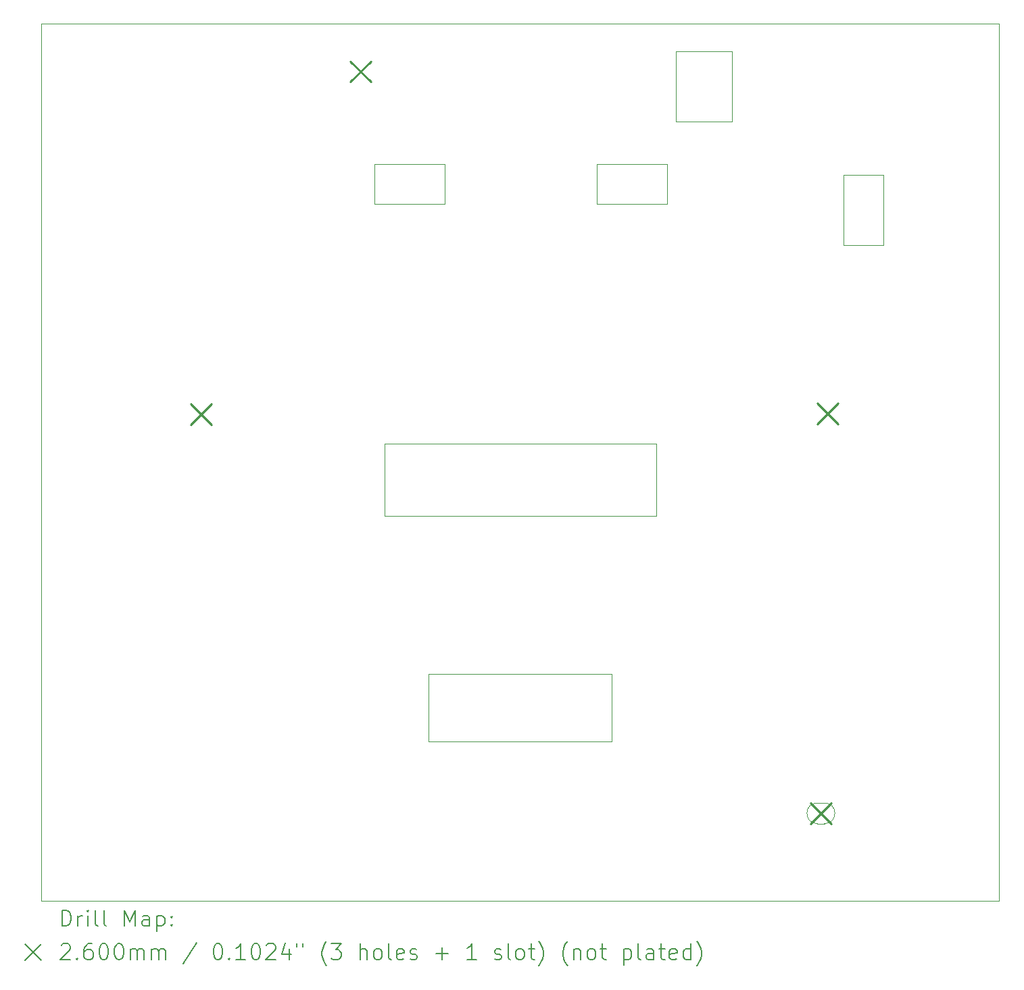
<source format=gbr>
%TF.GenerationSoftware,KiCad,Pcbnew,8.0.0*%
%TF.CreationDate,2024-10-06T09:57:56+02:00*%
%TF.ProjectId,Motor_Board_L476RG,4d6f746f-725f-4426-9f61-72645f4c3437,rev?*%
%TF.SameCoordinates,Original*%
%TF.FileFunction,Drillmap*%
%TF.FilePolarity,Positive*%
%FSLAX45Y45*%
G04 Gerber Fmt 4.5, Leading zero omitted, Abs format (unit mm)*
G04 Created by KiCad (PCBNEW 8.0.0) date 2024-10-06 09:57:56*
%MOMM*%
%LPD*%
G01*
G04 APERTURE LIST*
%ADD10C,0.050000*%
%ADD11C,0.200000*%
%ADD12C,0.260000*%
%ADD13C,0.100000*%
G04 APERTURE END LIST*
D10*
X12350000Y-4050000D02*
X24350000Y-4050000D01*
X24350000Y-15050000D01*
X12350000Y-15050000D01*
X12350000Y-4050000D01*
X22400000Y-5950000D02*
X22900000Y-5950000D01*
X22900000Y-6830000D01*
X22400000Y-6830000D01*
X22400000Y-5950000D01*
X19310000Y-5810000D02*
X20190000Y-5810000D01*
X20190000Y-6310000D01*
X19310000Y-6310000D01*
X19310000Y-5810000D01*
X20300000Y-4400000D02*
X21000000Y-4400000D01*
X21000000Y-5280000D01*
X20300000Y-5280000D01*
X20300000Y-4400000D01*
X16650000Y-9320000D02*
X20050000Y-9320000D01*
X20050000Y-10220000D01*
X16650000Y-10220000D01*
X16650000Y-9320000D01*
X17197500Y-12200000D02*
X19497500Y-12200000D01*
X19497500Y-13050000D01*
X17197500Y-13050000D01*
X17197500Y-12200000D01*
X16520000Y-5810000D02*
X17400000Y-5810000D01*
X17400000Y-6310000D01*
X16520000Y-6310000D01*
X16520000Y-5810000D01*
D11*
D12*
X14220000Y-8820000D02*
X14480000Y-9080000D01*
X14480000Y-8820000D02*
X14220000Y-9080000D01*
X16220000Y-4520000D02*
X16480000Y-4780000D01*
X16480000Y-4520000D02*
X16220000Y-4780000D01*
X21985000Y-13820000D02*
X22245000Y-14080000D01*
X22245000Y-13820000D02*
X21985000Y-14080000D01*
D13*
X22070000Y-14080000D02*
X22160000Y-14080000D01*
X22160000Y-13820000D02*
G75*
G02*
X22160000Y-14080000I0J-130000D01*
G01*
X22160000Y-13820000D02*
X22070000Y-13820000D01*
X22070000Y-13820000D02*
G75*
G03*
X22070000Y-14080000I0J-130000D01*
G01*
D12*
X22070000Y-8810000D02*
X22330000Y-9070000D01*
X22330000Y-8810000D02*
X22070000Y-9070000D01*
D11*
X12608277Y-15363984D02*
X12608277Y-15163984D01*
X12608277Y-15163984D02*
X12655896Y-15163984D01*
X12655896Y-15163984D02*
X12684467Y-15173508D01*
X12684467Y-15173508D02*
X12703515Y-15192555D01*
X12703515Y-15192555D02*
X12713039Y-15211603D01*
X12713039Y-15211603D02*
X12722562Y-15249698D01*
X12722562Y-15249698D02*
X12722562Y-15278269D01*
X12722562Y-15278269D02*
X12713039Y-15316365D01*
X12713039Y-15316365D02*
X12703515Y-15335412D01*
X12703515Y-15335412D02*
X12684467Y-15354460D01*
X12684467Y-15354460D02*
X12655896Y-15363984D01*
X12655896Y-15363984D02*
X12608277Y-15363984D01*
X12808277Y-15363984D02*
X12808277Y-15230650D01*
X12808277Y-15268746D02*
X12817801Y-15249698D01*
X12817801Y-15249698D02*
X12827324Y-15240174D01*
X12827324Y-15240174D02*
X12846372Y-15230650D01*
X12846372Y-15230650D02*
X12865420Y-15230650D01*
X12932086Y-15363984D02*
X12932086Y-15230650D01*
X12932086Y-15163984D02*
X12922562Y-15173508D01*
X12922562Y-15173508D02*
X12932086Y-15183031D01*
X12932086Y-15183031D02*
X12941610Y-15173508D01*
X12941610Y-15173508D02*
X12932086Y-15163984D01*
X12932086Y-15163984D02*
X12932086Y-15183031D01*
X13055896Y-15363984D02*
X13036848Y-15354460D01*
X13036848Y-15354460D02*
X13027324Y-15335412D01*
X13027324Y-15335412D02*
X13027324Y-15163984D01*
X13160658Y-15363984D02*
X13141610Y-15354460D01*
X13141610Y-15354460D02*
X13132086Y-15335412D01*
X13132086Y-15335412D02*
X13132086Y-15163984D01*
X13389229Y-15363984D02*
X13389229Y-15163984D01*
X13389229Y-15163984D02*
X13455896Y-15306841D01*
X13455896Y-15306841D02*
X13522562Y-15163984D01*
X13522562Y-15163984D02*
X13522562Y-15363984D01*
X13703515Y-15363984D02*
X13703515Y-15259222D01*
X13703515Y-15259222D02*
X13693991Y-15240174D01*
X13693991Y-15240174D02*
X13674943Y-15230650D01*
X13674943Y-15230650D02*
X13636848Y-15230650D01*
X13636848Y-15230650D02*
X13617801Y-15240174D01*
X13703515Y-15354460D02*
X13684467Y-15363984D01*
X13684467Y-15363984D02*
X13636848Y-15363984D01*
X13636848Y-15363984D02*
X13617801Y-15354460D01*
X13617801Y-15354460D02*
X13608277Y-15335412D01*
X13608277Y-15335412D02*
X13608277Y-15316365D01*
X13608277Y-15316365D02*
X13617801Y-15297317D01*
X13617801Y-15297317D02*
X13636848Y-15287793D01*
X13636848Y-15287793D02*
X13684467Y-15287793D01*
X13684467Y-15287793D02*
X13703515Y-15278269D01*
X13798753Y-15230650D02*
X13798753Y-15430650D01*
X13798753Y-15240174D02*
X13817801Y-15230650D01*
X13817801Y-15230650D02*
X13855896Y-15230650D01*
X13855896Y-15230650D02*
X13874943Y-15240174D01*
X13874943Y-15240174D02*
X13884467Y-15249698D01*
X13884467Y-15249698D02*
X13893991Y-15268746D01*
X13893991Y-15268746D02*
X13893991Y-15325888D01*
X13893991Y-15325888D02*
X13884467Y-15344936D01*
X13884467Y-15344936D02*
X13874943Y-15354460D01*
X13874943Y-15354460D02*
X13855896Y-15363984D01*
X13855896Y-15363984D02*
X13817801Y-15363984D01*
X13817801Y-15363984D02*
X13798753Y-15354460D01*
X13979705Y-15344936D02*
X13989229Y-15354460D01*
X13989229Y-15354460D02*
X13979705Y-15363984D01*
X13979705Y-15363984D02*
X13970182Y-15354460D01*
X13970182Y-15354460D02*
X13979705Y-15344936D01*
X13979705Y-15344936D02*
X13979705Y-15363984D01*
X13979705Y-15240174D02*
X13989229Y-15249698D01*
X13989229Y-15249698D02*
X13979705Y-15259222D01*
X13979705Y-15259222D02*
X13970182Y-15249698D01*
X13970182Y-15249698D02*
X13979705Y-15240174D01*
X13979705Y-15240174D02*
X13979705Y-15259222D01*
X12147500Y-15592500D02*
X12347500Y-15792500D01*
X12347500Y-15592500D02*
X12147500Y-15792500D01*
X12598753Y-15603031D02*
X12608277Y-15593508D01*
X12608277Y-15593508D02*
X12627324Y-15583984D01*
X12627324Y-15583984D02*
X12674943Y-15583984D01*
X12674943Y-15583984D02*
X12693991Y-15593508D01*
X12693991Y-15593508D02*
X12703515Y-15603031D01*
X12703515Y-15603031D02*
X12713039Y-15622079D01*
X12713039Y-15622079D02*
X12713039Y-15641127D01*
X12713039Y-15641127D02*
X12703515Y-15669698D01*
X12703515Y-15669698D02*
X12589229Y-15783984D01*
X12589229Y-15783984D02*
X12713039Y-15783984D01*
X12798753Y-15764936D02*
X12808277Y-15774460D01*
X12808277Y-15774460D02*
X12798753Y-15783984D01*
X12798753Y-15783984D02*
X12789229Y-15774460D01*
X12789229Y-15774460D02*
X12798753Y-15764936D01*
X12798753Y-15764936D02*
X12798753Y-15783984D01*
X12979705Y-15583984D02*
X12941610Y-15583984D01*
X12941610Y-15583984D02*
X12922562Y-15593508D01*
X12922562Y-15593508D02*
X12913039Y-15603031D01*
X12913039Y-15603031D02*
X12893991Y-15631603D01*
X12893991Y-15631603D02*
X12884467Y-15669698D01*
X12884467Y-15669698D02*
X12884467Y-15745888D01*
X12884467Y-15745888D02*
X12893991Y-15764936D01*
X12893991Y-15764936D02*
X12903515Y-15774460D01*
X12903515Y-15774460D02*
X12922562Y-15783984D01*
X12922562Y-15783984D02*
X12960658Y-15783984D01*
X12960658Y-15783984D02*
X12979705Y-15774460D01*
X12979705Y-15774460D02*
X12989229Y-15764936D01*
X12989229Y-15764936D02*
X12998753Y-15745888D01*
X12998753Y-15745888D02*
X12998753Y-15698269D01*
X12998753Y-15698269D02*
X12989229Y-15679222D01*
X12989229Y-15679222D02*
X12979705Y-15669698D01*
X12979705Y-15669698D02*
X12960658Y-15660174D01*
X12960658Y-15660174D02*
X12922562Y-15660174D01*
X12922562Y-15660174D02*
X12903515Y-15669698D01*
X12903515Y-15669698D02*
X12893991Y-15679222D01*
X12893991Y-15679222D02*
X12884467Y-15698269D01*
X13122562Y-15583984D02*
X13141610Y-15583984D01*
X13141610Y-15583984D02*
X13160658Y-15593508D01*
X13160658Y-15593508D02*
X13170182Y-15603031D01*
X13170182Y-15603031D02*
X13179705Y-15622079D01*
X13179705Y-15622079D02*
X13189229Y-15660174D01*
X13189229Y-15660174D02*
X13189229Y-15707793D01*
X13189229Y-15707793D02*
X13179705Y-15745888D01*
X13179705Y-15745888D02*
X13170182Y-15764936D01*
X13170182Y-15764936D02*
X13160658Y-15774460D01*
X13160658Y-15774460D02*
X13141610Y-15783984D01*
X13141610Y-15783984D02*
X13122562Y-15783984D01*
X13122562Y-15783984D02*
X13103515Y-15774460D01*
X13103515Y-15774460D02*
X13093991Y-15764936D01*
X13093991Y-15764936D02*
X13084467Y-15745888D01*
X13084467Y-15745888D02*
X13074943Y-15707793D01*
X13074943Y-15707793D02*
X13074943Y-15660174D01*
X13074943Y-15660174D02*
X13084467Y-15622079D01*
X13084467Y-15622079D02*
X13093991Y-15603031D01*
X13093991Y-15603031D02*
X13103515Y-15593508D01*
X13103515Y-15593508D02*
X13122562Y-15583984D01*
X13313039Y-15583984D02*
X13332086Y-15583984D01*
X13332086Y-15583984D02*
X13351134Y-15593508D01*
X13351134Y-15593508D02*
X13360658Y-15603031D01*
X13360658Y-15603031D02*
X13370182Y-15622079D01*
X13370182Y-15622079D02*
X13379705Y-15660174D01*
X13379705Y-15660174D02*
X13379705Y-15707793D01*
X13379705Y-15707793D02*
X13370182Y-15745888D01*
X13370182Y-15745888D02*
X13360658Y-15764936D01*
X13360658Y-15764936D02*
X13351134Y-15774460D01*
X13351134Y-15774460D02*
X13332086Y-15783984D01*
X13332086Y-15783984D02*
X13313039Y-15783984D01*
X13313039Y-15783984D02*
X13293991Y-15774460D01*
X13293991Y-15774460D02*
X13284467Y-15764936D01*
X13284467Y-15764936D02*
X13274943Y-15745888D01*
X13274943Y-15745888D02*
X13265420Y-15707793D01*
X13265420Y-15707793D02*
X13265420Y-15660174D01*
X13265420Y-15660174D02*
X13274943Y-15622079D01*
X13274943Y-15622079D02*
X13284467Y-15603031D01*
X13284467Y-15603031D02*
X13293991Y-15593508D01*
X13293991Y-15593508D02*
X13313039Y-15583984D01*
X13465420Y-15783984D02*
X13465420Y-15650650D01*
X13465420Y-15669698D02*
X13474943Y-15660174D01*
X13474943Y-15660174D02*
X13493991Y-15650650D01*
X13493991Y-15650650D02*
X13522563Y-15650650D01*
X13522563Y-15650650D02*
X13541610Y-15660174D01*
X13541610Y-15660174D02*
X13551134Y-15679222D01*
X13551134Y-15679222D02*
X13551134Y-15783984D01*
X13551134Y-15679222D02*
X13560658Y-15660174D01*
X13560658Y-15660174D02*
X13579705Y-15650650D01*
X13579705Y-15650650D02*
X13608277Y-15650650D01*
X13608277Y-15650650D02*
X13627324Y-15660174D01*
X13627324Y-15660174D02*
X13636848Y-15679222D01*
X13636848Y-15679222D02*
X13636848Y-15783984D01*
X13732086Y-15783984D02*
X13732086Y-15650650D01*
X13732086Y-15669698D02*
X13741610Y-15660174D01*
X13741610Y-15660174D02*
X13760658Y-15650650D01*
X13760658Y-15650650D02*
X13789229Y-15650650D01*
X13789229Y-15650650D02*
X13808277Y-15660174D01*
X13808277Y-15660174D02*
X13817801Y-15679222D01*
X13817801Y-15679222D02*
X13817801Y-15783984D01*
X13817801Y-15679222D02*
X13827324Y-15660174D01*
X13827324Y-15660174D02*
X13846372Y-15650650D01*
X13846372Y-15650650D02*
X13874943Y-15650650D01*
X13874943Y-15650650D02*
X13893991Y-15660174D01*
X13893991Y-15660174D02*
X13903515Y-15679222D01*
X13903515Y-15679222D02*
X13903515Y-15783984D01*
X14293991Y-15574460D02*
X14122563Y-15831603D01*
X14551134Y-15583984D02*
X14570182Y-15583984D01*
X14570182Y-15583984D02*
X14589229Y-15593508D01*
X14589229Y-15593508D02*
X14598753Y-15603031D01*
X14598753Y-15603031D02*
X14608277Y-15622079D01*
X14608277Y-15622079D02*
X14617801Y-15660174D01*
X14617801Y-15660174D02*
X14617801Y-15707793D01*
X14617801Y-15707793D02*
X14608277Y-15745888D01*
X14608277Y-15745888D02*
X14598753Y-15764936D01*
X14598753Y-15764936D02*
X14589229Y-15774460D01*
X14589229Y-15774460D02*
X14570182Y-15783984D01*
X14570182Y-15783984D02*
X14551134Y-15783984D01*
X14551134Y-15783984D02*
X14532086Y-15774460D01*
X14532086Y-15774460D02*
X14522563Y-15764936D01*
X14522563Y-15764936D02*
X14513039Y-15745888D01*
X14513039Y-15745888D02*
X14503515Y-15707793D01*
X14503515Y-15707793D02*
X14503515Y-15660174D01*
X14503515Y-15660174D02*
X14513039Y-15622079D01*
X14513039Y-15622079D02*
X14522563Y-15603031D01*
X14522563Y-15603031D02*
X14532086Y-15593508D01*
X14532086Y-15593508D02*
X14551134Y-15583984D01*
X14703515Y-15764936D02*
X14713039Y-15774460D01*
X14713039Y-15774460D02*
X14703515Y-15783984D01*
X14703515Y-15783984D02*
X14693991Y-15774460D01*
X14693991Y-15774460D02*
X14703515Y-15764936D01*
X14703515Y-15764936D02*
X14703515Y-15783984D01*
X14903515Y-15783984D02*
X14789229Y-15783984D01*
X14846372Y-15783984D02*
X14846372Y-15583984D01*
X14846372Y-15583984D02*
X14827325Y-15612555D01*
X14827325Y-15612555D02*
X14808277Y-15631603D01*
X14808277Y-15631603D02*
X14789229Y-15641127D01*
X15027325Y-15583984D02*
X15046372Y-15583984D01*
X15046372Y-15583984D02*
X15065420Y-15593508D01*
X15065420Y-15593508D02*
X15074944Y-15603031D01*
X15074944Y-15603031D02*
X15084467Y-15622079D01*
X15084467Y-15622079D02*
X15093991Y-15660174D01*
X15093991Y-15660174D02*
X15093991Y-15707793D01*
X15093991Y-15707793D02*
X15084467Y-15745888D01*
X15084467Y-15745888D02*
X15074944Y-15764936D01*
X15074944Y-15764936D02*
X15065420Y-15774460D01*
X15065420Y-15774460D02*
X15046372Y-15783984D01*
X15046372Y-15783984D02*
X15027325Y-15783984D01*
X15027325Y-15783984D02*
X15008277Y-15774460D01*
X15008277Y-15774460D02*
X14998753Y-15764936D01*
X14998753Y-15764936D02*
X14989229Y-15745888D01*
X14989229Y-15745888D02*
X14979706Y-15707793D01*
X14979706Y-15707793D02*
X14979706Y-15660174D01*
X14979706Y-15660174D02*
X14989229Y-15622079D01*
X14989229Y-15622079D02*
X14998753Y-15603031D01*
X14998753Y-15603031D02*
X15008277Y-15593508D01*
X15008277Y-15593508D02*
X15027325Y-15583984D01*
X15170182Y-15603031D02*
X15179706Y-15593508D01*
X15179706Y-15593508D02*
X15198753Y-15583984D01*
X15198753Y-15583984D02*
X15246372Y-15583984D01*
X15246372Y-15583984D02*
X15265420Y-15593508D01*
X15265420Y-15593508D02*
X15274944Y-15603031D01*
X15274944Y-15603031D02*
X15284467Y-15622079D01*
X15284467Y-15622079D02*
X15284467Y-15641127D01*
X15284467Y-15641127D02*
X15274944Y-15669698D01*
X15274944Y-15669698D02*
X15160658Y-15783984D01*
X15160658Y-15783984D02*
X15284467Y-15783984D01*
X15455896Y-15650650D02*
X15455896Y-15783984D01*
X15408277Y-15574460D02*
X15360658Y-15717317D01*
X15360658Y-15717317D02*
X15484467Y-15717317D01*
X15551134Y-15583984D02*
X15551134Y-15622079D01*
X15627325Y-15583984D02*
X15627325Y-15622079D01*
X15922563Y-15860174D02*
X15913039Y-15850650D01*
X15913039Y-15850650D02*
X15893991Y-15822079D01*
X15893991Y-15822079D02*
X15884468Y-15803031D01*
X15884468Y-15803031D02*
X15874944Y-15774460D01*
X15874944Y-15774460D02*
X15865420Y-15726841D01*
X15865420Y-15726841D02*
X15865420Y-15688746D01*
X15865420Y-15688746D02*
X15874944Y-15641127D01*
X15874944Y-15641127D02*
X15884468Y-15612555D01*
X15884468Y-15612555D02*
X15893991Y-15593508D01*
X15893991Y-15593508D02*
X15913039Y-15564936D01*
X15913039Y-15564936D02*
X15922563Y-15555412D01*
X15979706Y-15583984D02*
X16103515Y-15583984D01*
X16103515Y-15583984D02*
X16036848Y-15660174D01*
X16036848Y-15660174D02*
X16065420Y-15660174D01*
X16065420Y-15660174D02*
X16084468Y-15669698D01*
X16084468Y-15669698D02*
X16093991Y-15679222D01*
X16093991Y-15679222D02*
X16103515Y-15698269D01*
X16103515Y-15698269D02*
X16103515Y-15745888D01*
X16103515Y-15745888D02*
X16093991Y-15764936D01*
X16093991Y-15764936D02*
X16084468Y-15774460D01*
X16084468Y-15774460D02*
X16065420Y-15783984D01*
X16065420Y-15783984D02*
X16008277Y-15783984D01*
X16008277Y-15783984D02*
X15989229Y-15774460D01*
X15989229Y-15774460D02*
X15979706Y-15764936D01*
X16341610Y-15783984D02*
X16341610Y-15583984D01*
X16427325Y-15783984D02*
X16427325Y-15679222D01*
X16427325Y-15679222D02*
X16417801Y-15660174D01*
X16417801Y-15660174D02*
X16398753Y-15650650D01*
X16398753Y-15650650D02*
X16370182Y-15650650D01*
X16370182Y-15650650D02*
X16351134Y-15660174D01*
X16351134Y-15660174D02*
X16341610Y-15669698D01*
X16551134Y-15783984D02*
X16532087Y-15774460D01*
X16532087Y-15774460D02*
X16522563Y-15764936D01*
X16522563Y-15764936D02*
X16513039Y-15745888D01*
X16513039Y-15745888D02*
X16513039Y-15688746D01*
X16513039Y-15688746D02*
X16522563Y-15669698D01*
X16522563Y-15669698D02*
X16532087Y-15660174D01*
X16532087Y-15660174D02*
X16551134Y-15650650D01*
X16551134Y-15650650D02*
X16579706Y-15650650D01*
X16579706Y-15650650D02*
X16598753Y-15660174D01*
X16598753Y-15660174D02*
X16608277Y-15669698D01*
X16608277Y-15669698D02*
X16617801Y-15688746D01*
X16617801Y-15688746D02*
X16617801Y-15745888D01*
X16617801Y-15745888D02*
X16608277Y-15764936D01*
X16608277Y-15764936D02*
X16598753Y-15774460D01*
X16598753Y-15774460D02*
X16579706Y-15783984D01*
X16579706Y-15783984D02*
X16551134Y-15783984D01*
X16732087Y-15783984D02*
X16713039Y-15774460D01*
X16713039Y-15774460D02*
X16703515Y-15755412D01*
X16703515Y-15755412D02*
X16703515Y-15583984D01*
X16884468Y-15774460D02*
X16865420Y-15783984D01*
X16865420Y-15783984D02*
X16827325Y-15783984D01*
X16827325Y-15783984D02*
X16808277Y-15774460D01*
X16808277Y-15774460D02*
X16798753Y-15755412D01*
X16798753Y-15755412D02*
X16798753Y-15679222D01*
X16798753Y-15679222D02*
X16808277Y-15660174D01*
X16808277Y-15660174D02*
X16827325Y-15650650D01*
X16827325Y-15650650D02*
X16865420Y-15650650D01*
X16865420Y-15650650D02*
X16884468Y-15660174D01*
X16884468Y-15660174D02*
X16893992Y-15679222D01*
X16893992Y-15679222D02*
X16893992Y-15698269D01*
X16893992Y-15698269D02*
X16798753Y-15717317D01*
X16970182Y-15774460D02*
X16989230Y-15783984D01*
X16989230Y-15783984D02*
X17027325Y-15783984D01*
X17027325Y-15783984D02*
X17046373Y-15774460D01*
X17046373Y-15774460D02*
X17055896Y-15755412D01*
X17055896Y-15755412D02*
X17055896Y-15745888D01*
X17055896Y-15745888D02*
X17046373Y-15726841D01*
X17046373Y-15726841D02*
X17027325Y-15717317D01*
X17027325Y-15717317D02*
X16998753Y-15717317D01*
X16998753Y-15717317D02*
X16979706Y-15707793D01*
X16979706Y-15707793D02*
X16970182Y-15688746D01*
X16970182Y-15688746D02*
X16970182Y-15679222D01*
X16970182Y-15679222D02*
X16979706Y-15660174D01*
X16979706Y-15660174D02*
X16998753Y-15650650D01*
X16998753Y-15650650D02*
X17027325Y-15650650D01*
X17027325Y-15650650D02*
X17046373Y-15660174D01*
X17293992Y-15707793D02*
X17446373Y-15707793D01*
X17370182Y-15783984D02*
X17370182Y-15631603D01*
X17798754Y-15783984D02*
X17684468Y-15783984D01*
X17741611Y-15783984D02*
X17741611Y-15583984D01*
X17741611Y-15583984D02*
X17722563Y-15612555D01*
X17722563Y-15612555D02*
X17703515Y-15631603D01*
X17703515Y-15631603D02*
X17684468Y-15641127D01*
X18027325Y-15774460D02*
X18046373Y-15783984D01*
X18046373Y-15783984D02*
X18084468Y-15783984D01*
X18084468Y-15783984D02*
X18103516Y-15774460D01*
X18103516Y-15774460D02*
X18113039Y-15755412D01*
X18113039Y-15755412D02*
X18113039Y-15745888D01*
X18113039Y-15745888D02*
X18103516Y-15726841D01*
X18103516Y-15726841D02*
X18084468Y-15717317D01*
X18084468Y-15717317D02*
X18055896Y-15717317D01*
X18055896Y-15717317D02*
X18036849Y-15707793D01*
X18036849Y-15707793D02*
X18027325Y-15688746D01*
X18027325Y-15688746D02*
X18027325Y-15679222D01*
X18027325Y-15679222D02*
X18036849Y-15660174D01*
X18036849Y-15660174D02*
X18055896Y-15650650D01*
X18055896Y-15650650D02*
X18084468Y-15650650D01*
X18084468Y-15650650D02*
X18103516Y-15660174D01*
X18227325Y-15783984D02*
X18208277Y-15774460D01*
X18208277Y-15774460D02*
X18198754Y-15755412D01*
X18198754Y-15755412D02*
X18198754Y-15583984D01*
X18332087Y-15783984D02*
X18313039Y-15774460D01*
X18313039Y-15774460D02*
X18303516Y-15764936D01*
X18303516Y-15764936D02*
X18293992Y-15745888D01*
X18293992Y-15745888D02*
X18293992Y-15688746D01*
X18293992Y-15688746D02*
X18303516Y-15669698D01*
X18303516Y-15669698D02*
X18313039Y-15660174D01*
X18313039Y-15660174D02*
X18332087Y-15650650D01*
X18332087Y-15650650D02*
X18360658Y-15650650D01*
X18360658Y-15650650D02*
X18379706Y-15660174D01*
X18379706Y-15660174D02*
X18389230Y-15669698D01*
X18389230Y-15669698D02*
X18398754Y-15688746D01*
X18398754Y-15688746D02*
X18398754Y-15745888D01*
X18398754Y-15745888D02*
X18389230Y-15764936D01*
X18389230Y-15764936D02*
X18379706Y-15774460D01*
X18379706Y-15774460D02*
X18360658Y-15783984D01*
X18360658Y-15783984D02*
X18332087Y-15783984D01*
X18455897Y-15650650D02*
X18532087Y-15650650D01*
X18484468Y-15583984D02*
X18484468Y-15755412D01*
X18484468Y-15755412D02*
X18493992Y-15774460D01*
X18493992Y-15774460D02*
X18513039Y-15783984D01*
X18513039Y-15783984D02*
X18532087Y-15783984D01*
X18579706Y-15860174D02*
X18589230Y-15850650D01*
X18589230Y-15850650D02*
X18608277Y-15822079D01*
X18608277Y-15822079D02*
X18617801Y-15803031D01*
X18617801Y-15803031D02*
X18627325Y-15774460D01*
X18627325Y-15774460D02*
X18636849Y-15726841D01*
X18636849Y-15726841D02*
X18636849Y-15688746D01*
X18636849Y-15688746D02*
X18627325Y-15641127D01*
X18627325Y-15641127D02*
X18617801Y-15612555D01*
X18617801Y-15612555D02*
X18608277Y-15593508D01*
X18608277Y-15593508D02*
X18589230Y-15564936D01*
X18589230Y-15564936D02*
X18579706Y-15555412D01*
X18941611Y-15860174D02*
X18932087Y-15850650D01*
X18932087Y-15850650D02*
X18913039Y-15822079D01*
X18913039Y-15822079D02*
X18903516Y-15803031D01*
X18903516Y-15803031D02*
X18893992Y-15774460D01*
X18893992Y-15774460D02*
X18884468Y-15726841D01*
X18884468Y-15726841D02*
X18884468Y-15688746D01*
X18884468Y-15688746D02*
X18893992Y-15641127D01*
X18893992Y-15641127D02*
X18903516Y-15612555D01*
X18903516Y-15612555D02*
X18913039Y-15593508D01*
X18913039Y-15593508D02*
X18932087Y-15564936D01*
X18932087Y-15564936D02*
X18941611Y-15555412D01*
X19017801Y-15650650D02*
X19017801Y-15783984D01*
X19017801Y-15669698D02*
X19027325Y-15660174D01*
X19027325Y-15660174D02*
X19046373Y-15650650D01*
X19046373Y-15650650D02*
X19074944Y-15650650D01*
X19074944Y-15650650D02*
X19093992Y-15660174D01*
X19093992Y-15660174D02*
X19103516Y-15679222D01*
X19103516Y-15679222D02*
X19103516Y-15783984D01*
X19227325Y-15783984D02*
X19208277Y-15774460D01*
X19208277Y-15774460D02*
X19198754Y-15764936D01*
X19198754Y-15764936D02*
X19189230Y-15745888D01*
X19189230Y-15745888D02*
X19189230Y-15688746D01*
X19189230Y-15688746D02*
X19198754Y-15669698D01*
X19198754Y-15669698D02*
X19208277Y-15660174D01*
X19208277Y-15660174D02*
X19227325Y-15650650D01*
X19227325Y-15650650D02*
X19255897Y-15650650D01*
X19255897Y-15650650D02*
X19274944Y-15660174D01*
X19274944Y-15660174D02*
X19284468Y-15669698D01*
X19284468Y-15669698D02*
X19293992Y-15688746D01*
X19293992Y-15688746D02*
X19293992Y-15745888D01*
X19293992Y-15745888D02*
X19284468Y-15764936D01*
X19284468Y-15764936D02*
X19274944Y-15774460D01*
X19274944Y-15774460D02*
X19255897Y-15783984D01*
X19255897Y-15783984D02*
X19227325Y-15783984D01*
X19351135Y-15650650D02*
X19427325Y-15650650D01*
X19379706Y-15583984D02*
X19379706Y-15755412D01*
X19379706Y-15755412D02*
X19389230Y-15774460D01*
X19389230Y-15774460D02*
X19408277Y-15783984D01*
X19408277Y-15783984D02*
X19427325Y-15783984D01*
X19646373Y-15650650D02*
X19646373Y-15850650D01*
X19646373Y-15660174D02*
X19665420Y-15650650D01*
X19665420Y-15650650D02*
X19703516Y-15650650D01*
X19703516Y-15650650D02*
X19722563Y-15660174D01*
X19722563Y-15660174D02*
X19732087Y-15669698D01*
X19732087Y-15669698D02*
X19741611Y-15688746D01*
X19741611Y-15688746D02*
X19741611Y-15745888D01*
X19741611Y-15745888D02*
X19732087Y-15764936D01*
X19732087Y-15764936D02*
X19722563Y-15774460D01*
X19722563Y-15774460D02*
X19703516Y-15783984D01*
X19703516Y-15783984D02*
X19665420Y-15783984D01*
X19665420Y-15783984D02*
X19646373Y-15774460D01*
X19855897Y-15783984D02*
X19836849Y-15774460D01*
X19836849Y-15774460D02*
X19827325Y-15755412D01*
X19827325Y-15755412D02*
X19827325Y-15583984D01*
X20017801Y-15783984D02*
X20017801Y-15679222D01*
X20017801Y-15679222D02*
X20008278Y-15660174D01*
X20008278Y-15660174D02*
X19989230Y-15650650D01*
X19989230Y-15650650D02*
X19951135Y-15650650D01*
X19951135Y-15650650D02*
X19932087Y-15660174D01*
X20017801Y-15774460D02*
X19998754Y-15783984D01*
X19998754Y-15783984D02*
X19951135Y-15783984D01*
X19951135Y-15783984D02*
X19932087Y-15774460D01*
X19932087Y-15774460D02*
X19922563Y-15755412D01*
X19922563Y-15755412D02*
X19922563Y-15736365D01*
X19922563Y-15736365D02*
X19932087Y-15717317D01*
X19932087Y-15717317D02*
X19951135Y-15707793D01*
X19951135Y-15707793D02*
X19998754Y-15707793D01*
X19998754Y-15707793D02*
X20017801Y-15698269D01*
X20084468Y-15650650D02*
X20160658Y-15650650D01*
X20113039Y-15583984D02*
X20113039Y-15755412D01*
X20113039Y-15755412D02*
X20122563Y-15774460D01*
X20122563Y-15774460D02*
X20141611Y-15783984D01*
X20141611Y-15783984D02*
X20160658Y-15783984D01*
X20303516Y-15774460D02*
X20284468Y-15783984D01*
X20284468Y-15783984D02*
X20246373Y-15783984D01*
X20246373Y-15783984D02*
X20227325Y-15774460D01*
X20227325Y-15774460D02*
X20217801Y-15755412D01*
X20217801Y-15755412D02*
X20217801Y-15679222D01*
X20217801Y-15679222D02*
X20227325Y-15660174D01*
X20227325Y-15660174D02*
X20246373Y-15650650D01*
X20246373Y-15650650D02*
X20284468Y-15650650D01*
X20284468Y-15650650D02*
X20303516Y-15660174D01*
X20303516Y-15660174D02*
X20313039Y-15679222D01*
X20313039Y-15679222D02*
X20313039Y-15698269D01*
X20313039Y-15698269D02*
X20217801Y-15717317D01*
X20484468Y-15783984D02*
X20484468Y-15583984D01*
X20484468Y-15774460D02*
X20465420Y-15783984D01*
X20465420Y-15783984D02*
X20427325Y-15783984D01*
X20427325Y-15783984D02*
X20408278Y-15774460D01*
X20408278Y-15774460D02*
X20398754Y-15764936D01*
X20398754Y-15764936D02*
X20389230Y-15745888D01*
X20389230Y-15745888D02*
X20389230Y-15688746D01*
X20389230Y-15688746D02*
X20398754Y-15669698D01*
X20398754Y-15669698D02*
X20408278Y-15660174D01*
X20408278Y-15660174D02*
X20427325Y-15650650D01*
X20427325Y-15650650D02*
X20465420Y-15650650D01*
X20465420Y-15650650D02*
X20484468Y-15660174D01*
X20560659Y-15860174D02*
X20570182Y-15850650D01*
X20570182Y-15850650D02*
X20589230Y-15822079D01*
X20589230Y-15822079D02*
X20598754Y-15803031D01*
X20598754Y-15803031D02*
X20608278Y-15774460D01*
X20608278Y-15774460D02*
X20617801Y-15726841D01*
X20617801Y-15726841D02*
X20617801Y-15688746D01*
X20617801Y-15688746D02*
X20608278Y-15641127D01*
X20608278Y-15641127D02*
X20598754Y-15612555D01*
X20598754Y-15612555D02*
X20589230Y-15593508D01*
X20589230Y-15593508D02*
X20570182Y-15564936D01*
X20570182Y-15564936D02*
X20560659Y-15555412D01*
M02*

</source>
